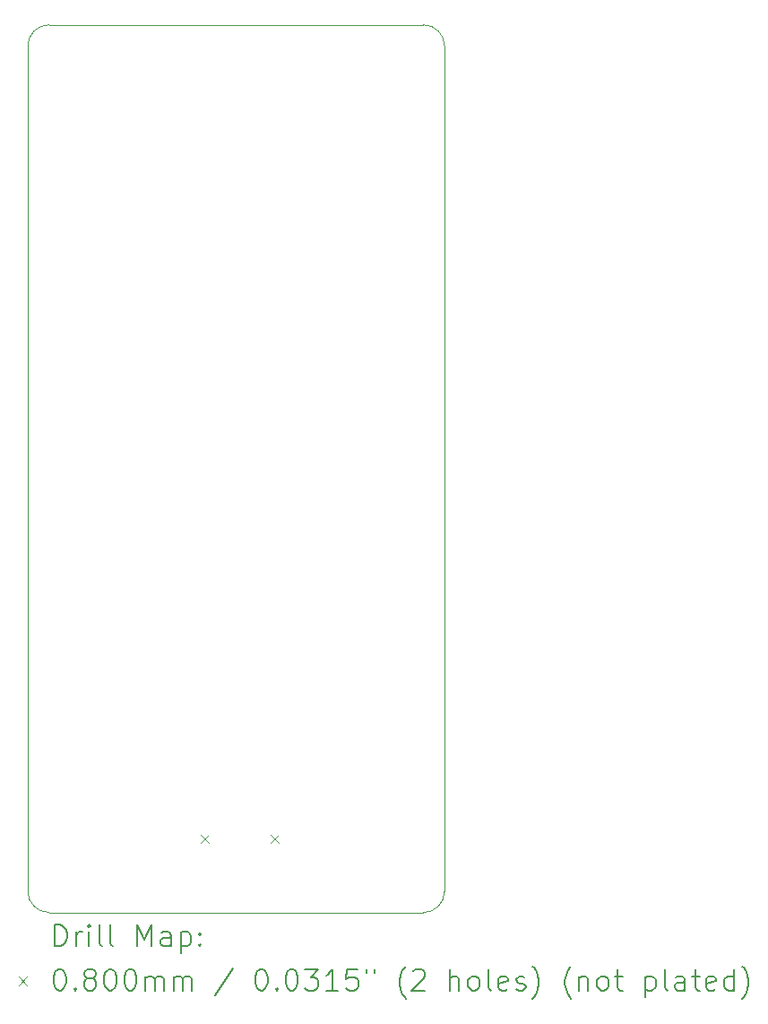
<source format=gbr>
%TF.GenerationSoftware,KiCad,Pcbnew,7.0.9*%
%TF.CreationDate,2023-12-14T15:31:57+09:00*%
%TF.ProjectId,STM32F103_dev_board,53544d33-3246-4313-9033-5f6465765f62,1.2.1*%
%TF.SameCoordinates,Original*%
%TF.FileFunction,Drillmap*%
%TF.FilePolarity,Positive*%
%FSLAX45Y45*%
G04 Gerber Fmt 4.5, Leading zero omitted, Abs format (unit mm)*
G04 Created by KiCad (PCBNEW 7.0.9) date 2023-12-14 15:31:57*
%MOMM*%
%LPD*%
G01*
G04 APERTURE LIST*
%ADD10C,0.100000*%
%ADD11C,0.200000*%
G04 APERTURE END LIST*
D10*
X16510000Y-5973000D02*
G75*
G03*
X16310000Y-5773000I-200000J0D01*
G01*
X12773000Y-5773000D02*
G75*
G03*
X12573000Y-5973000I0J-200000D01*
G01*
X16310000Y-14155000D02*
X12773000Y-14155000D01*
X16510000Y-5973000D02*
X16510000Y-13955000D01*
X12573000Y-13955000D02*
G75*
G03*
X12773000Y-14155000I200000J0D01*
G01*
X16310000Y-14155000D02*
G75*
G03*
X16510000Y-13955000I0J200000D01*
G01*
X12573000Y-13955000D02*
X12573000Y-5973000D01*
X12773000Y-5773000D02*
X16310000Y-5773000D01*
D11*
D10*
X14205800Y-13421700D02*
X14285800Y-13501700D01*
X14285800Y-13421700D02*
X14205800Y-13501700D01*
X14865800Y-13421700D02*
X14945800Y-13501700D01*
X14945800Y-13421700D02*
X14865800Y-13501700D01*
D11*
X12828777Y-14471484D02*
X12828777Y-14271484D01*
X12828777Y-14271484D02*
X12876396Y-14271484D01*
X12876396Y-14271484D02*
X12904967Y-14281008D01*
X12904967Y-14281008D02*
X12924015Y-14300055D01*
X12924015Y-14300055D02*
X12933539Y-14319103D01*
X12933539Y-14319103D02*
X12943062Y-14357198D01*
X12943062Y-14357198D02*
X12943062Y-14385769D01*
X12943062Y-14385769D02*
X12933539Y-14423865D01*
X12933539Y-14423865D02*
X12924015Y-14442912D01*
X12924015Y-14442912D02*
X12904967Y-14461960D01*
X12904967Y-14461960D02*
X12876396Y-14471484D01*
X12876396Y-14471484D02*
X12828777Y-14471484D01*
X13028777Y-14471484D02*
X13028777Y-14338150D01*
X13028777Y-14376246D02*
X13038301Y-14357198D01*
X13038301Y-14357198D02*
X13047824Y-14347674D01*
X13047824Y-14347674D02*
X13066872Y-14338150D01*
X13066872Y-14338150D02*
X13085920Y-14338150D01*
X13152586Y-14471484D02*
X13152586Y-14338150D01*
X13152586Y-14271484D02*
X13143062Y-14281008D01*
X13143062Y-14281008D02*
X13152586Y-14290531D01*
X13152586Y-14290531D02*
X13162110Y-14281008D01*
X13162110Y-14281008D02*
X13152586Y-14271484D01*
X13152586Y-14271484D02*
X13152586Y-14290531D01*
X13276396Y-14471484D02*
X13257348Y-14461960D01*
X13257348Y-14461960D02*
X13247824Y-14442912D01*
X13247824Y-14442912D02*
X13247824Y-14271484D01*
X13381158Y-14471484D02*
X13362110Y-14461960D01*
X13362110Y-14461960D02*
X13352586Y-14442912D01*
X13352586Y-14442912D02*
X13352586Y-14271484D01*
X13609729Y-14471484D02*
X13609729Y-14271484D01*
X13609729Y-14271484D02*
X13676396Y-14414341D01*
X13676396Y-14414341D02*
X13743062Y-14271484D01*
X13743062Y-14271484D02*
X13743062Y-14471484D01*
X13924015Y-14471484D02*
X13924015Y-14366722D01*
X13924015Y-14366722D02*
X13914491Y-14347674D01*
X13914491Y-14347674D02*
X13895443Y-14338150D01*
X13895443Y-14338150D02*
X13857348Y-14338150D01*
X13857348Y-14338150D02*
X13838301Y-14347674D01*
X13924015Y-14461960D02*
X13904967Y-14471484D01*
X13904967Y-14471484D02*
X13857348Y-14471484D01*
X13857348Y-14471484D02*
X13838301Y-14461960D01*
X13838301Y-14461960D02*
X13828777Y-14442912D01*
X13828777Y-14442912D02*
X13828777Y-14423865D01*
X13828777Y-14423865D02*
X13838301Y-14404817D01*
X13838301Y-14404817D02*
X13857348Y-14395293D01*
X13857348Y-14395293D02*
X13904967Y-14395293D01*
X13904967Y-14395293D02*
X13924015Y-14385769D01*
X14019253Y-14338150D02*
X14019253Y-14538150D01*
X14019253Y-14347674D02*
X14038301Y-14338150D01*
X14038301Y-14338150D02*
X14076396Y-14338150D01*
X14076396Y-14338150D02*
X14095443Y-14347674D01*
X14095443Y-14347674D02*
X14104967Y-14357198D01*
X14104967Y-14357198D02*
X14114491Y-14376246D01*
X14114491Y-14376246D02*
X14114491Y-14433388D01*
X14114491Y-14433388D02*
X14104967Y-14452436D01*
X14104967Y-14452436D02*
X14095443Y-14461960D01*
X14095443Y-14461960D02*
X14076396Y-14471484D01*
X14076396Y-14471484D02*
X14038301Y-14471484D01*
X14038301Y-14471484D02*
X14019253Y-14461960D01*
X14200205Y-14452436D02*
X14209729Y-14461960D01*
X14209729Y-14461960D02*
X14200205Y-14471484D01*
X14200205Y-14471484D02*
X14190682Y-14461960D01*
X14190682Y-14461960D02*
X14200205Y-14452436D01*
X14200205Y-14452436D02*
X14200205Y-14471484D01*
X14200205Y-14347674D02*
X14209729Y-14357198D01*
X14209729Y-14357198D02*
X14200205Y-14366722D01*
X14200205Y-14366722D02*
X14190682Y-14357198D01*
X14190682Y-14357198D02*
X14200205Y-14347674D01*
X14200205Y-14347674D02*
X14200205Y-14366722D01*
D10*
X12488000Y-14760000D02*
X12568000Y-14840000D01*
X12568000Y-14760000D02*
X12488000Y-14840000D01*
D11*
X12866872Y-14691484D02*
X12885920Y-14691484D01*
X12885920Y-14691484D02*
X12904967Y-14701008D01*
X12904967Y-14701008D02*
X12914491Y-14710531D01*
X12914491Y-14710531D02*
X12924015Y-14729579D01*
X12924015Y-14729579D02*
X12933539Y-14767674D01*
X12933539Y-14767674D02*
X12933539Y-14815293D01*
X12933539Y-14815293D02*
X12924015Y-14853388D01*
X12924015Y-14853388D02*
X12914491Y-14872436D01*
X12914491Y-14872436D02*
X12904967Y-14881960D01*
X12904967Y-14881960D02*
X12885920Y-14891484D01*
X12885920Y-14891484D02*
X12866872Y-14891484D01*
X12866872Y-14891484D02*
X12847824Y-14881960D01*
X12847824Y-14881960D02*
X12838301Y-14872436D01*
X12838301Y-14872436D02*
X12828777Y-14853388D01*
X12828777Y-14853388D02*
X12819253Y-14815293D01*
X12819253Y-14815293D02*
X12819253Y-14767674D01*
X12819253Y-14767674D02*
X12828777Y-14729579D01*
X12828777Y-14729579D02*
X12838301Y-14710531D01*
X12838301Y-14710531D02*
X12847824Y-14701008D01*
X12847824Y-14701008D02*
X12866872Y-14691484D01*
X13019253Y-14872436D02*
X13028777Y-14881960D01*
X13028777Y-14881960D02*
X13019253Y-14891484D01*
X13019253Y-14891484D02*
X13009729Y-14881960D01*
X13009729Y-14881960D02*
X13019253Y-14872436D01*
X13019253Y-14872436D02*
X13019253Y-14891484D01*
X13143062Y-14777198D02*
X13124015Y-14767674D01*
X13124015Y-14767674D02*
X13114491Y-14758150D01*
X13114491Y-14758150D02*
X13104967Y-14739103D01*
X13104967Y-14739103D02*
X13104967Y-14729579D01*
X13104967Y-14729579D02*
X13114491Y-14710531D01*
X13114491Y-14710531D02*
X13124015Y-14701008D01*
X13124015Y-14701008D02*
X13143062Y-14691484D01*
X13143062Y-14691484D02*
X13181158Y-14691484D01*
X13181158Y-14691484D02*
X13200205Y-14701008D01*
X13200205Y-14701008D02*
X13209729Y-14710531D01*
X13209729Y-14710531D02*
X13219253Y-14729579D01*
X13219253Y-14729579D02*
X13219253Y-14739103D01*
X13219253Y-14739103D02*
X13209729Y-14758150D01*
X13209729Y-14758150D02*
X13200205Y-14767674D01*
X13200205Y-14767674D02*
X13181158Y-14777198D01*
X13181158Y-14777198D02*
X13143062Y-14777198D01*
X13143062Y-14777198D02*
X13124015Y-14786722D01*
X13124015Y-14786722D02*
X13114491Y-14796246D01*
X13114491Y-14796246D02*
X13104967Y-14815293D01*
X13104967Y-14815293D02*
X13104967Y-14853388D01*
X13104967Y-14853388D02*
X13114491Y-14872436D01*
X13114491Y-14872436D02*
X13124015Y-14881960D01*
X13124015Y-14881960D02*
X13143062Y-14891484D01*
X13143062Y-14891484D02*
X13181158Y-14891484D01*
X13181158Y-14891484D02*
X13200205Y-14881960D01*
X13200205Y-14881960D02*
X13209729Y-14872436D01*
X13209729Y-14872436D02*
X13219253Y-14853388D01*
X13219253Y-14853388D02*
X13219253Y-14815293D01*
X13219253Y-14815293D02*
X13209729Y-14796246D01*
X13209729Y-14796246D02*
X13200205Y-14786722D01*
X13200205Y-14786722D02*
X13181158Y-14777198D01*
X13343062Y-14691484D02*
X13362110Y-14691484D01*
X13362110Y-14691484D02*
X13381158Y-14701008D01*
X13381158Y-14701008D02*
X13390682Y-14710531D01*
X13390682Y-14710531D02*
X13400205Y-14729579D01*
X13400205Y-14729579D02*
X13409729Y-14767674D01*
X13409729Y-14767674D02*
X13409729Y-14815293D01*
X13409729Y-14815293D02*
X13400205Y-14853388D01*
X13400205Y-14853388D02*
X13390682Y-14872436D01*
X13390682Y-14872436D02*
X13381158Y-14881960D01*
X13381158Y-14881960D02*
X13362110Y-14891484D01*
X13362110Y-14891484D02*
X13343062Y-14891484D01*
X13343062Y-14891484D02*
X13324015Y-14881960D01*
X13324015Y-14881960D02*
X13314491Y-14872436D01*
X13314491Y-14872436D02*
X13304967Y-14853388D01*
X13304967Y-14853388D02*
X13295443Y-14815293D01*
X13295443Y-14815293D02*
X13295443Y-14767674D01*
X13295443Y-14767674D02*
X13304967Y-14729579D01*
X13304967Y-14729579D02*
X13314491Y-14710531D01*
X13314491Y-14710531D02*
X13324015Y-14701008D01*
X13324015Y-14701008D02*
X13343062Y-14691484D01*
X13533539Y-14691484D02*
X13552586Y-14691484D01*
X13552586Y-14691484D02*
X13571634Y-14701008D01*
X13571634Y-14701008D02*
X13581158Y-14710531D01*
X13581158Y-14710531D02*
X13590682Y-14729579D01*
X13590682Y-14729579D02*
X13600205Y-14767674D01*
X13600205Y-14767674D02*
X13600205Y-14815293D01*
X13600205Y-14815293D02*
X13590682Y-14853388D01*
X13590682Y-14853388D02*
X13581158Y-14872436D01*
X13581158Y-14872436D02*
X13571634Y-14881960D01*
X13571634Y-14881960D02*
X13552586Y-14891484D01*
X13552586Y-14891484D02*
X13533539Y-14891484D01*
X13533539Y-14891484D02*
X13514491Y-14881960D01*
X13514491Y-14881960D02*
X13504967Y-14872436D01*
X13504967Y-14872436D02*
X13495443Y-14853388D01*
X13495443Y-14853388D02*
X13485920Y-14815293D01*
X13485920Y-14815293D02*
X13485920Y-14767674D01*
X13485920Y-14767674D02*
X13495443Y-14729579D01*
X13495443Y-14729579D02*
X13504967Y-14710531D01*
X13504967Y-14710531D02*
X13514491Y-14701008D01*
X13514491Y-14701008D02*
X13533539Y-14691484D01*
X13685920Y-14891484D02*
X13685920Y-14758150D01*
X13685920Y-14777198D02*
X13695443Y-14767674D01*
X13695443Y-14767674D02*
X13714491Y-14758150D01*
X13714491Y-14758150D02*
X13743063Y-14758150D01*
X13743063Y-14758150D02*
X13762110Y-14767674D01*
X13762110Y-14767674D02*
X13771634Y-14786722D01*
X13771634Y-14786722D02*
X13771634Y-14891484D01*
X13771634Y-14786722D02*
X13781158Y-14767674D01*
X13781158Y-14767674D02*
X13800205Y-14758150D01*
X13800205Y-14758150D02*
X13828777Y-14758150D01*
X13828777Y-14758150D02*
X13847824Y-14767674D01*
X13847824Y-14767674D02*
X13857348Y-14786722D01*
X13857348Y-14786722D02*
X13857348Y-14891484D01*
X13952586Y-14891484D02*
X13952586Y-14758150D01*
X13952586Y-14777198D02*
X13962110Y-14767674D01*
X13962110Y-14767674D02*
X13981158Y-14758150D01*
X13981158Y-14758150D02*
X14009729Y-14758150D01*
X14009729Y-14758150D02*
X14028777Y-14767674D01*
X14028777Y-14767674D02*
X14038301Y-14786722D01*
X14038301Y-14786722D02*
X14038301Y-14891484D01*
X14038301Y-14786722D02*
X14047824Y-14767674D01*
X14047824Y-14767674D02*
X14066872Y-14758150D01*
X14066872Y-14758150D02*
X14095443Y-14758150D01*
X14095443Y-14758150D02*
X14114491Y-14767674D01*
X14114491Y-14767674D02*
X14124015Y-14786722D01*
X14124015Y-14786722D02*
X14124015Y-14891484D01*
X14514491Y-14681960D02*
X14343063Y-14939103D01*
X14771634Y-14691484D02*
X14790682Y-14691484D01*
X14790682Y-14691484D02*
X14809729Y-14701008D01*
X14809729Y-14701008D02*
X14819253Y-14710531D01*
X14819253Y-14710531D02*
X14828777Y-14729579D01*
X14828777Y-14729579D02*
X14838301Y-14767674D01*
X14838301Y-14767674D02*
X14838301Y-14815293D01*
X14838301Y-14815293D02*
X14828777Y-14853388D01*
X14828777Y-14853388D02*
X14819253Y-14872436D01*
X14819253Y-14872436D02*
X14809729Y-14881960D01*
X14809729Y-14881960D02*
X14790682Y-14891484D01*
X14790682Y-14891484D02*
X14771634Y-14891484D01*
X14771634Y-14891484D02*
X14752586Y-14881960D01*
X14752586Y-14881960D02*
X14743063Y-14872436D01*
X14743063Y-14872436D02*
X14733539Y-14853388D01*
X14733539Y-14853388D02*
X14724015Y-14815293D01*
X14724015Y-14815293D02*
X14724015Y-14767674D01*
X14724015Y-14767674D02*
X14733539Y-14729579D01*
X14733539Y-14729579D02*
X14743063Y-14710531D01*
X14743063Y-14710531D02*
X14752586Y-14701008D01*
X14752586Y-14701008D02*
X14771634Y-14691484D01*
X14924015Y-14872436D02*
X14933539Y-14881960D01*
X14933539Y-14881960D02*
X14924015Y-14891484D01*
X14924015Y-14891484D02*
X14914491Y-14881960D01*
X14914491Y-14881960D02*
X14924015Y-14872436D01*
X14924015Y-14872436D02*
X14924015Y-14891484D01*
X15057348Y-14691484D02*
X15076396Y-14691484D01*
X15076396Y-14691484D02*
X15095444Y-14701008D01*
X15095444Y-14701008D02*
X15104967Y-14710531D01*
X15104967Y-14710531D02*
X15114491Y-14729579D01*
X15114491Y-14729579D02*
X15124015Y-14767674D01*
X15124015Y-14767674D02*
X15124015Y-14815293D01*
X15124015Y-14815293D02*
X15114491Y-14853388D01*
X15114491Y-14853388D02*
X15104967Y-14872436D01*
X15104967Y-14872436D02*
X15095444Y-14881960D01*
X15095444Y-14881960D02*
X15076396Y-14891484D01*
X15076396Y-14891484D02*
X15057348Y-14891484D01*
X15057348Y-14891484D02*
X15038301Y-14881960D01*
X15038301Y-14881960D02*
X15028777Y-14872436D01*
X15028777Y-14872436D02*
X15019253Y-14853388D01*
X15019253Y-14853388D02*
X15009729Y-14815293D01*
X15009729Y-14815293D02*
X15009729Y-14767674D01*
X15009729Y-14767674D02*
X15019253Y-14729579D01*
X15019253Y-14729579D02*
X15028777Y-14710531D01*
X15028777Y-14710531D02*
X15038301Y-14701008D01*
X15038301Y-14701008D02*
X15057348Y-14691484D01*
X15190682Y-14691484D02*
X15314491Y-14691484D01*
X15314491Y-14691484D02*
X15247825Y-14767674D01*
X15247825Y-14767674D02*
X15276396Y-14767674D01*
X15276396Y-14767674D02*
X15295444Y-14777198D01*
X15295444Y-14777198D02*
X15304967Y-14786722D01*
X15304967Y-14786722D02*
X15314491Y-14805769D01*
X15314491Y-14805769D02*
X15314491Y-14853388D01*
X15314491Y-14853388D02*
X15304967Y-14872436D01*
X15304967Y-14872436D02*
X15295444Y-14881960D01*
X15295444Y-14881960D02*
X15276396Y-14891484D01*
X15276396Y-14891484D02*
X15219253Y-14891484D01*
X15219253Y-14891484D02*
X15200206Y-14881960D01*
X15200206Y-14881960D02*
X15190682Y-14872436D01*
X15504967Y-14891484D02*
X15390682Y-14891484D01*
X15447825Y-14891484D02*
X15447825Y-14691484D01*
X15447825Y-14691484D02*
X15428777Y-14720055D01*
X15428777Y-14720055D02*
X15409729Y-14739103D01*
X15409729Y-14739103D02*
X15390682Y-14748627D01*
X15685920Y-14691484D02*
X15590682Y-14691484D01*
X15590682Y-14691484D02*
X15581158Y-14786722D01*
X15581158Y-14786722D02*
X15590682Y-14777198D01*
X15590682Y-14777198D02*
X15609729Y-14767674D01*
X15609729Y-14767674D02*
X15657348Y-14767674D01*
X15657348Y-14767674D02*
X15676396Y-14777198D01*
X15676396Y-14777198D02*
X15685920Y-14786722D01*
X15685920Y-14786722D02*
X15695444Y-14805769D01*
X15695444Y-14805769D02*
X15695444Y-14853388D01*
X15695444Y-14853388D02*
X15685920Y-14872436D01*
X15685920Y-14872436D02*
X15676396Y-14881960D01*
X15676396Y-14881960D02*
X15657348Y-14891484D01*
X15657348Y-14891484D02*
X15609729Y-14891484D01*
X15609729Y-14891484D02*
X15590682Y-14881960D01*
X15590682Y-14881960D02*
X15581158Y-14872436D01*
X15771634Y-14691484D02*
X15771634Y-14729579D01*
X15847825Y-14691484D02*
X15847825Y-14729579D01*
X16143063Y-14967674D02*
X16133539Y-14958150D01*
X16133539Y-14958150D02*
X16114491Y-14929579D01*
X16114491Y-14929579D02*
X16104968Y-14910531D01*
X16104968Y-14910531D02*
X16095444Y-14881960D01*
X16095444Y-14881960D02*
X16085920Y-14834341D01*
X16085920Y-14834341D02*
X16085920Y-14796246D01*
X16085920Y-14796246D02*
X16095444Y-14748627D01*
X16095444Y-14748627D02*
X16104968Y-14720055D01*
X16104968Y-14720055D02*
X16114491Y-14701008D01*
X16114491Y-14701008D02*
X16133539Y-14672436D01*
X16133539Y-14672436D02*
X16143063Y-14662912D01*
X16209729Y-14710531D02*
X16219253Y-14701008D01*
X16219253Y-14701008D02*
X16238301Y-14691484D01*
X16238301Y-14691484D02*
X16285920Y-14691484D01*
X16285920Y-14691484D02*
X16304968Y-14701008D01*
X16304968Y-14701008D02*
X16314491Y-14710531D01*
X16314491Y-14710531D02*
X16324015Y-14729579D01*
X16324015Y-14729579D02*
X16324015Y-14748627D01*
X16324015Y-14748627D02*
X16314491Y-14777198D01*
X16314491Y-14777198D02*
X16200206Y-14891484D01*
X16200206Y-14891484D02*
X16324015Y-14891484D01*
X16562110Y-14891484D02*
X16562110Y-14691484D01*
X16647825Y-14891484D02*
X16647825Y-14786722D01*
X16647825Y-14786722D02*
X16638301Y-14767674D01*
X16638301Y-14767674D02*
X16619253Y-14758150D01*
X16619253Y-14758150D02*
X16590682Y-14758150D01*
X16590682Y-14758150D02*
X16571634Y-14767674D01*
X16571634Y-14767674D02*
X16562110Y-14777198D01*
X16771634Y-14891484D02*
X16752587Y-14881960D01*
X16752587Y-14881960D02*
X16743063Y-14872436D01*
X16743063Y-14872436D02*
X16733539Y-14853388D01*
X16733539Y-14853388D02*
X16733539Y-14796246D01*
X16733539Y-14796246D02*
X16743063Y-14777198D01*
X16743063Y-14777198D02*
X16752587Y-14767674D01*
X16752587Y-14767674D02*
X16771634Y-14758150D01*
X16771634Y-14758150D02*
X16800206Y-14758150D01*
X16800206Y-14758150D02*
X16819253Y-14767674D01*
X16819253Y-14767674D02*
X16828777Y-14777198D01*
X16828777Y-14777198D02*
X16838301Y-14796246D01*
X16838301Y-14796246D02*
X16838301Y-14853388D01*
X16838301Y-14853388D02*
X16828777Y-14872436D01*
X16828777Y-14872436D02*
X16819253Y-14881960D01*
X16819253Y-14881960D02*
X16800206Y-14891484D01*
X16800206Y-14891484D02*
X16771634Y-14891484D01*
X16952587Y-14891484D02*
X16933539Y-14881960D01*
X16933539Y-14881960D02*
X16924015Y-14862912D01*
X16924015Y-14862912D02*
X16924015Y-14691484D01*
X17104968Y-14881960D02*
X17085920Y-14891484D01*
X17085920Y-14891484D02*
X17047825Y-14891484D01*
X17047825Y-14891484D02*
X17028777Y-14881960D01*
X17028777Y-14881960D02*
X17019253Y-14862912D01*
X17019253Y-14862912D02*
X17019253Y-14786722D01*
X17019253Y-14786722D02*
X17028777Y-14767674D01*
X17028777Y-14767674D02*
X17047825Y-14758150D01*
X17047825Y-14758150D02*
X17085920Y-14758150D01*
X17085920Y-14758150D02*
X17104968Y-14767674D01*
X17104968Y-14767674D02*
X17114492Y-14786722D01*
X17114492Y-14786722D02*
X17114492Y-14805769D01*
X17114492Y-14805769D02*
X17019253Y-14824817D01*
X17190682Y-14881960D02*
X17209730Y-14891484D01*
X17209730Y-14891484D02*
X17247825Y-14891484D01*
X17247825Y-14891484D02*
X17266873Y-14881960D01*
X17266873Y-14881960D02*
X17276396Y-14862912D01*
X17276396Y-14862912D02*
X17276396Y-14853388D01*
X17276396Y-14853388D02*
X17266873Y-14834341D01*
X17266873Y-14834341D02*
X17247825Y-14824817D01*
X17247825Y-14824817D02*
X17219253Y-14824817D01*
X17219253Y-14824817D02*
X17200206Y-14815293D01*
X17200206Y-14815293D02*
X17190682Y-14796246D01*
X17190682Y-14796246D02*
X17190682Y-14786722D01*
X17190682Y-14786722D02*
X17200206Y-14767674D01*
X17200206Y-14767674D02*
X17219253Y-14758150D01*
X17219253Y-14758150D02*
X17247825Y-14758150D01*
X17247825Y-14758150D02*
X17266873Y-14767674D01*
X17343063Y-14967674D02*
X17352587Y-14958150D01*
X17352587Y-14958150D02*
X17371634Y-14929579D01*
X17371634Y-14929579D02*
X17381158Y-14910531D01*
X17381158Y-14910531D02*
X17390682Y-14881960D01*
X17390682Y-14881960D02*
X17400206Y-14834341D01*
X17400206Y-14834341D02*
X17400206Y-14796246D01*
X17400206Y-14796246D02*
X17390682Y-14748627D01*
X17390682Y-14748627D02*
X17381158Y-14720055D01*
X17381158Y-14720055D02*
X17371634Y-14701008D01*
X17371634Y-14701008D02*
X17352587Y-14672436D01*
X17352587Y-14672436D02*
X17343063Y-14662912D01*
X17704968Y-14967674D02*
X17695444Y-14958150D01*
X17695444Y-14958150D02*
X17676396Y-14929579D01*
X17676396Y-14929579D02*
X17666873Y-14910531D01*
X17666873Y-14910531D02*
X17657349Y-14881960D01*
X17657349Y-14881960D02*
X17647825Y-14834341D01*
X17647825Y-14834341D02*
X17647825Y-14796246D01*
X17647825Y-14796246D02*
X17657349Y-14748627D01*
X17657349Y-14748627D02*
X17666873Y-14720055D01*
X17666873Y-14720055D02*
X17676396Y-14701008D01*
X17676396Y-14701008D02*
X17695444Y-14672436D01*
X17695444Y-14672436D02*
X17704968Y-14662912D01*
X17781158Y-14758150D02*
X17781158Y-14891484D01*
X17781158Y-14777198D02*
X17790682Y-14767674D01*
X17790682Y-14767674D02*
X17809730Y-14758150D01*
X17809730Y-14758150D02*
X17838301Y-14758150D01*
X17838301Y-14758150D02*
X17857349Y-14767674D01*
X17857349Y-14767674D02*
X17866873Y-14786722D01*
X17866873Y-14786722D02*
X17866873Y-14891484D01*
X17990682Y-14891484D02*
X17971634Y-14881960D01*
X17971634Y-14881960D02*
X17962111Y-14872436D01*
X17962111Y-14872436D02*
X17952587Y-14853388D01*
X17952587Y-14853388D02*
X17952587Y-14796246D01*
X17952587Y-14796246D02*
X17962111Y-14777198D01*
X17962111Y-14777198D02*
X17971634Y-14767674D01*
X17971634Y-14767674D02*
X17990682Y-14758150D01*
X17990682Y-14758150D02*
X18019254Y-14758150D01*
X18019254Y-14758150D02*
X18038301Y-14767674D01*
X18038301Y-14767674D02*
X18047825Y-14777198D01*
X18047825Y-14777198D02*
X18057349Y-14796246D01*
X18057349Y-14796246D02*
X18057349Y-14853388D01*
X18057349Y-14853388D02*
X18047825Y-14872436D01*
X18047825Y-14872436D02*
X18038301Y-14881960D01*
X18038301Y-14881960D02*
X18019254Y-14891484D01*
X18019254Y-14891484D02*
X17990682Y-14891484D01*
X18114492Y-14758150D02*
X18190682Y-14758150D01*
X18143063Y-14691484D02*
X18143063Y-14862912D01*
X18143063Y-14862912D02*
X18152587Y-14881960D01*
X18152587Y-14881960D02*
X18171634Y-14891484D01*
X18171634Y-14891484D02*
X18190682Y-14891484D01*
X18409730Y-14758150D02*
X18409730Y-14958150D01*
X18409730Y-14767674D02*
X18428777Y-14758150D01*
X18428777Y-14758150D02*
X18466873Y-14758150D01*
X18466873Y-14758150D02*
X18485920Y-14767674D01*
X18485920Y-14767674D02*
X18495444Y-14777198D01*
X18495444Y-14777198D02*
X18504968Y-14796246D01*
X18504968Y-14796246D02*
X18504968Y-14853388D01*
X18504968Y-14853388D02*
X18495444Y-14872436D01*
X18495444Y-14872436D02*
X18485920Y-14881960D01*
X18485920Y-14881960D02*
X18466873Y-14891484D01*
X18466873Y-14891484D02*
X18428777Y-14891484D01*
X18428777Y-14891484D02*
X18409730Y-14881960D01*
X18619254Y-14891484D02*
X18600206Y-14881960D01*
X18600206Y-14881960D02*
X18590682Y-14862912D01*
X18590682Y-14862912D02*
X18590682Y-14691484D01*
X18781158Y-14891484D02*
X18781158Y-14786722D01*
X18781158Y-14786722D02*
X18771635Y-14767674D01*
X18771635Y-14767674D02*
X18752587Y-14758150D01*
X18752587Y-14758150D02*
X18714492Y-14758150D01*
X18714492Y-14758150D02*
X18695444Y-14767674D01*
X18781158Y-14881960D02*
X18762111Y-14891484D01*
X18762111Y-14891484D02*
X18714492Y-14891484D01*
X18714492Y-14891484D02*
X18695444Y-14881960D01*
X18695444Y-14881960D02*
X18685920Y-14862912D01*
X18685920Y-14862912D02*
X18685920Y-14843865D01*
X18685920Y-14843865D02*
X18695444Y-14824817D01*
X18695444Y-14824817D02*
X18714492Y-14815293D01*
X18714492Y-14815293D02*
X18762111Y-14815293D01*
X18762111Y-14815293D02*
X18781158Y-14805769D01*
X18847825Y-14758150D02*
X18924015Y-14758150D01*
X18876396Y-14691484D02*
X18876396Y-14862912D01*
X18876396Y-14862912D02*
X18885920Y-14881960D01*
X18885920Y-14881960D02*
X18904968Y-14891484D01*
X18904968Y-14891484D02*
X18924015Y-14891484D01*
X19066873Y-14881960D02*
X19047825Y-14891484D01*
X19047825Y-14891484D02*
X19009730Y-14891484D01*
X19009730Y-14891484D02*
X18990682Y-14881960D01*
X18990682Y-14881960D02*
X18981158Y-14862912D01*
X18981158Y-14862912D02*
X18981158Y-14786722D01*
X18981158Y-14786722D02*
X18990682Y-14767674D01*
X18990682Y-14767674D02*
X19009730Y-14758150D01*
X19009730Y-14758150D02*
X19047825Y-14758150D01*
X19047825Y-14758150D02*
X19066873Y-14767674D01*
X19066873Y-14767674D02*
X19076396Y-14786722D01*
X19076396Y-14786722D02*
X19076396Y-14805769D01*
X19076396Y-14805769D02*
X18981158Y-14824817D01*
X19247825Y-14891484D02*
X19247825Y-14691484D01*
X19247825Y-14881960D02*
X19228777Y-14891484D01*
X19228777Y-14891484D02*
X19190682Y-14891484D01*
X19190682Y-14891484D02*
X19171635Y-14881960D01*
X19171635Y-14881960D02*
X19162111Y-14872436D01*
X19162111Y-14872436D02*
X19152587Y-14853388D01*
X19152587Y-14853388D02*
X19152587Y-14796246D01*
X19152587Y-14796246D02*
X19162111Y-14777198D01*
X19162111Y-14777198D02*
X19171635Y-14767674D01*
X19171635Y-14767674D02*
X19190682Y-14758150D01*
X19190682Y-14758150D02*
X19228777Y-14758150D01*
X19228777Y-14758150D02*
X19247825Y-14767674D01*
X19324016Y-14967674D02*
X19333539Y-14958150D01*
X19333539Y-14958150D02*
X19352587Y-14929579D01*
X19352587Y-14929579D02*
X19362111Y-14910531D01*
X19362111Y-14910531D02*
X19371635Y-14881960D01*
X19371635Y-14881960D02*
X19381158Y-14834341D01*
X19381158Y-14834341D02*
X19381158Y-14796246D01*
X19381158Y-14796246D02*
X19371635Y-14748627D01*
X19371635Y-14748627D02*
X19362111Y-14720055D01*
X19362111Y-14720055D02*
X19352587Y-14701008D01*
X19352587Y-14701008D02*
X19333539Y-14672436D01*
X19333539Y-14672436D02*
X19324016Y-14662912D01*
M02*

</source>
